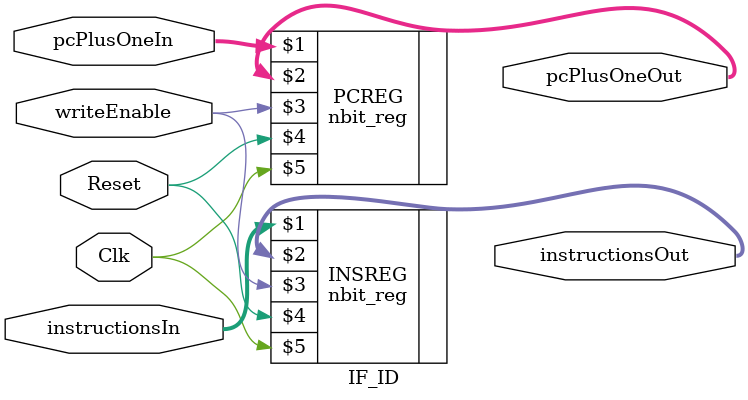
<source format=v>
`timescale 1ns / 1ps
module IF_ID(
	input Clk, Reset, writeEnable,
	input [31:0] pcPlusOneIn,
	input [31:0] instructionsIn,
	output [31:0] pcPlusOneOut,
	output [31:0] instructionsOut
    );
	 
	 nbit_reg	#(32) INSREG (instructionsIn,instructionsOut, writeEnable, Reset,Clk);
	 
	 nbit_reg 	#(32) PCREG (pcPlusOneIn,pcPlusOneOut,writeEnable,Reset,Clk);
	 


endmodule

</source>
